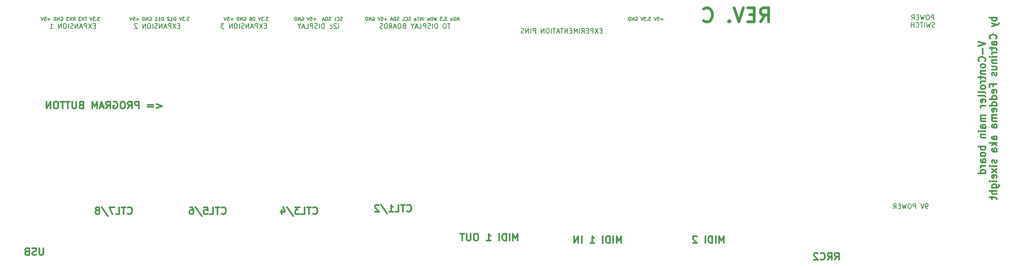
<source format=gbr>
G04 #@! TF.FileFunction,Legend,Bot*
%FSLAX46Y46*%
G04 Gerber Fmt 4.6, Leading zero omitted, Abs format (unit mm)*
G04 Created by KiCad (PCBNEW 4.0.2-stable) date maandag 04 september 2017 19:29:27*
%MOMM*%
G01*
G04 APERTURE LIST*
%ADD10C,0.100000*%
%ADD11C,0.200000*%
%ADD12C,0.140000*%
%ADD13C,0.300000*%
%ADD14C,0.600000*%
G04 APERTURE END LIST*
D10*
D11*
X155853809Y-88320571D02*
X155520475Y-88320571D01*
X155377618Y-88844381D02*
X155853809Y-88844381D01*
X155853809Y-87844381D01*
X155377618Y-87844381D01*
X155044285Y-87844381D02*
X154377618Y-88844381D01*
X154377618Y-87844381D02*
X155044285Y-88844381D01*
X153996666Y-88844381D02*
X153996666Y-87844381D01*
X153615713Y-87844381D01*
X153520475Y-87892000D01*
X153472856Y-87939619D01*
X153425237Y-88034857D01*
X153425237Y-88177714D01*
X153472856Y-88272952D01*
X153520475Y-88320571D01*
X153615713Y-88368190D01*
X153996666Y-88368190D01*
X152996666Y-88320571D02*
X152663332Y-88320571D01*
X152520475Y-88844381D02*
X152996666Y-88844381D01*
X152996666Y-87844381D01*
X152520475Y-87844381D01*
X151520475Y-88844381D02*
X151853809Y-88368190D01*
X152091904Y-88844381D02*
X152091904Y-87844381D01*
X151710951Y-87844381D01*
X151615713Y-87892000D01*
X151568094Y-87939619D01*
X151520475Y-88034857D01*
X151520475Y-88177714D01*
X151568094Y-88272952D01*
X151615713Y-88320571D01*
X151710951Y-88368190D01*
X152091904Y-88368190D01*
X151091904Y-88844381D02*
X151091904Y-87844381D01*
X150615714Y-88844381D02*
X150615714Y-87844381D01*
X150282380Y-88558667D01*
X149949047Y-87844381D01*
X149949047Y-88844381D01*
X149472857Y-88320571D02*
X149139523Y-88320571D01*
X148996666Y-88844381D02*
X149472857Y-88844381D01*
X149472857Y-87844381D01*
X148996666Y-87844381D01*
X148568095Y-88844381D02*
X148568095Y-87844381D01*
X147996666Y-88844381D01*
X147996666Y-87844381D01*
X147663333Y-87844381D02*
X147091904Y-87844381D01*
X147377619Y-88844381D02*
X147377619Y-87844381D01*
X146806190Y-88558667D02*
X146329999Y-88558667D01*
X146901428Y-88844381D02*
X146568095Y-87844381D01*
X146234761Y-88844381D01*
X146044285Y-87844381D02*
X145472856Y-87844381D01*
X145758571Y-88844381D02*
X145758571Y-87844381D01*
X145139523Y-88844381D02*
X145139523Y-87844381D01*
X144472857Y-87844381D02*
X144282380Y-87844381D01*
X144187142Y-87892000D01*
X144091904Y-87987238D01*
X144044285Y-88177714D01*
X144044285Y-88511048D01*
X144091904Y-88701524D01*
X144187142Y-88796762D01*
X144282380Y-88844381D01*
X144472857Y-88844381D01*
X144568095Y-88796762D01*
X144663333Y-88701524D01*
X144710952Y-88511048D01*
X144710952Y-88177714D01*
X144663333Y-87987238D01*
X144568095Y-87892000D01*
X144472857Y-87844381D01*
X143615714Y-88844381D02*
X143615714Y-87844381D01*
X143044285Y-88844381D01*
X143044285Y-87844381D01*
X141806190Y-88844381D02*
X141806190Y-87844381D01*
X141425237Y-87844381D01*
X141329999Y-87892000D01*
X141282380Y-87939619D01*
X141234761Y-88034857D01*
X141234761Y-88177714D01*
X141282380Y-88272952D01*
X141329999Y-88320571D01*
X141425237Y-88368190D01*
X141806190Y-88368190D01*
X140806190Y-88844381D02*
X140806190Y-87844381D01*
X140330000Y-88844381D02*
X140330000Y-87844381D01*
X139758571Y-88844381D01*
X139758571Y-87844381D01*
X139330000Y-88796762D02*
X139187143Y-88844381D01*
X138949047Y-88844381D01*
X138853809Y-88796762D01*
X138806190Y-88749143D01*
X138758571Y-88653905D01*
X138758571Y-88558667D01*
X138806190Y-88463429D01*
X138853809Y-88415810D01*
X138949047Y-88368190D01*
X139139524Y-88320571D01*
X139234762Y-88272952D01*
X139282381Y-88225333D01*
X139330000Y-88130095D01*
X139330000Y-88034857D01*
X139282381Y-87939619D01*
X139234762Y-87892000D01*
X139139524Y-87844381D01*
X138901428Y-87844381D01*
X138758571Y-87892000D01*
X224537619Y-125928381D02*
X224347143Y-125928381D01*
X224251904Y-125880762D01*
X224204285Y-125833143D01*
X224109047Y-125690286D01*
X224061428Y-125499810D01*
X224061428Y-125118857D01*
X224109047Y-125023619D01*
X224156666Y-124976000D01*
X224251904Y-124928381D01*
X224442381Y-124928381D01*
X224537619Y-124976000D01*
X224585238Y-125023619D01*
X224632857Y-125118857D01*
X224632857Y-125356952D01*
X224585238Y-125452190D01*
X224537619Y-125499810D01*
X224442381Y-125547429D01*
X224251904Y-125547429D01*
X224156666Y-125499810D01*
X224109047Y-125452190D01*
X224061428Y-125356952D01*
X223775714Y-124928381D02*
X223442381Y-125928381D01*
X223109047Y-124928381D01*
X222013809Y-125928381D02*
X222013809Y-124928381D01*
X221632856Y-124928381D01*
X221537618Y-124976000D01*
X221489999Y-125023619D01*
X221442380Y-125118857D01*
X221442380Y-125261714D01*
X221489999Y-125356952D01*
X221537618Y-125404571D01*
X221632856Y-125452190D01*
X222013809Y-125452190D01*
X220823333Y-124928381D02*
X220632856Y-124928381D01*
X220537618Y-124976000D01*
X220442380Y-125071238D01*
X220394761Y-125261714D01*
X220394761Y-125595048D01*
X220442380Y-125785524D01*
X220537618Y-125880762D01*
X220632856Y-125928381D01*
X220823333Y-125928381D01*
X220918571Y-125880762D01*
X221013809Y-125785524D01*
X221061428Y-125595048D01*
X221061428Y-125261714D01*
X221013809Y-125071238D01*
X220918571Y-124976000D01*
X220823333Y-124928381D01*
X220061428Y-124928381D02*
X219823333Y-125928381D01*
X219632856Y-125214095D01*
X219442380Y-125928381D01*
X219204285Y-124928381D01*
X218823333Y-125404571D02*
X218489999Y-125404571D01*
X218347142Y-125928381D02*
X218823333Y-125928381D01*
X218823333Y-124928381D01*
X218347142Y-124928381D01*
X217347142Y-125928381D02*
X217680476Y-125452190D01*
X217918571Y-125928381D02*
X217918571Y-124928381D01*
X217537618Y-124928381D01*
X217442380Y-124976000D01*
X217394761Y-125023619D01*
X217347142Y-125118857D01*
X217347142Y-125261714D01*
X217394761Y-125356952D01*
X217442380Y-125404571D01*
X217537618Y-125452190D01*
X217918571Y-125452190D01*
X225839524Y-86012381D02*
X225839524Y-85012381D01*
X225458571Y-85012381D01*
X225363333Y-85060000D01*
X225315714Y-85107619D01*
X225268095Y-85202857D01*
X225268095Y-85345714D01*
X225315714Y-85440952D01*
X225363333Y-85488571D01*
X225458571Y-85536190D01*
X225839524Y-85536190D01*
X224649048Y-85012381D02*
X224458571Y-85012381D01*
X224363333Y-85060000D01*
X224268095Y-85155238D01*
X224220476Y-85345714D01*
X224220476Y-85679048D01*
X224268095Y-85869524D01*
X224363333Y-85964762D01*
X224458571Y-86012381D01*
X224649048Y-86012381D01*
X224744286Y-85964762D01*
X224839524Y-85869524D01*
X224887143Y-85679048D01*
X224887143Y-85345714D01*
X224839524Y-85155238D01*
X224744286Y-85060000D01*
X224649048Y-85012381D01*
X223887143Y-85012381D02*
X223649048Y-86012381D01*
X223458571Y-85298095D01*
X223268095Y-86012381D01*
X223030000Y-85012381D01*
X222649048Y-85488571D02*
X222315714Y-85488571D01*
X222172857Y-86012381D02*
X222649048Y-86012381D01*
X222649048Y-85012381D01*
X222172857Y-85012381D01*
X221172857Y-86012381D02*
X221506191Y-85536190D01*
X221744286Y-86012381D02*
X221744286Y-85012381D01*
X221363333Y-85012381D01*
X221268095Y-85060000D01*
X221220476Y-85107619D01*
X221172857Y-85202857D01*
X221172857Y-85345714D01*
X221220476Y-85440952D01*
X221268095Y-85488571D01*
X221363333Y-85536190D01*
X221744286Y-85536190D01*
X226030000Y-87564762D02*
X225887143Y-87612381D01*
X225649047Y-87612381D01*
X225553809Y-87564762D01*
X225506190Y-87517143D01*
X225458571Y-87421905D01*
X225458571Y-87326667D01*
X225506190Y-87231429D01*
X225553809Y-87183810D01*
X225649047Y-87136190D01*
X225839524Y-87088571D01*
X225934762Y-87040952D01*
X225982381Y-86993333D01*
X226030000Y-86898095D01*
X226030000Y-86802857D01*
X225982381Y-86707619D01*
X225934762Y-86660000D01*
X225839524Y-86612381D01*
X225601428Y-86612381D01*
X225458571Y-86660000D01*
X225125238Y-86612381D02*
X224887143Y-87612381D01*
X224696666Y-86898095D01*
X224506190Y-87612381D01*
X224268095Y-86612381D01*
X223887143Y-87612381D02*
X223887143Y-86612381D01*
X223553810Y-86612381D02*
X222982381Y-86612381D01*
X223268096Y-87612381D02*
X223268096Y-86612381D01*
X222077619Y-87517143D02*
X222125238Y-87564762D01*
X222268095Y-87612381D01*
X222363333Y-87612381D01*
X222506191Y-87564762D01*
X222601429Y-87469524D01*
X222649048Y-87374286D01*
X222696667Y-87183810D01*
X222696667Y-87040952D01*
X222649048Y-86850476D01*
X222601429Y-86755238D01*
X222506191Y-86660000D01*
X222363333Y-86612381D01*
X222268095Y-86612381D01*
X222125238Y-86660000D01*
X222077619Y-86707619D01*
X221649048Y-87612381D02*
X221649048Y-86612381D01*
X221649048Y-87088571D02*
X221077619Y-87088571D01*
X221077619Y-87612381D02*
X221077619Y-86612381D01*
D12*
X168743333Y-85902000D02*
X168210000Y-85902000D01*
X168476667Y-86168667D02*
X168476667Y-85635333D01*
X167543333Y-85468667D02*
X167876666Y-85468667D01*
X167910000Y-85802000D01*
X167876666Y-85768667D01*
X167810000Y-85735333D01*
X167643333Y-85735333D01*
X167576666Y-85768667D01*
X167543333Y-85802000D01*
X167510000Y-85868667D01*
X167510000Y-86035333D01*
X167543333Y-86102000D01*
X167576666Y-86135333D01*
X167643333Y-86168667D01*
X167810000Y-86168667D01*
X167876666Y-86135333D01*
X167910000Y-86102000D01*
X167309999Y-85468667D02*
X167076666Y-86168667D01*
X166843333Y-85468667D01*
X166143333Y-85468667D02*
X165710000Y-85468667D01*
X165943333Y-85735333D01*
X165843333Y-85735333D01*
X165776666Y-85768667D01*
X165743333Y-85802000D01*
X165710000Y-85868667D01*
X165710000Y-86035333D01*
X165743333Y-86102000D01*
X165776666Y-86135333D01*
X165843333Y-86168667D01*
X166043333Y-86168667D01*
X166110000Y-86135333D01*
X166143333Y-86102000D01*
X165409999Y-86102000D02*
X165376666Y-86135333D01*
X165409999Y-86168667D01*
X165443333Y-86135333D01*
X165409999Y-86102000D01*
X165409999Y-86168667D01*
X165143333Y-85468667D02*
X164710000Y-85468667D01*
X164943333Y-85735333D01*
X164843333Y-85735333D01*
X164776666Y-85768667D01*
X164743333Y-85802000D01*
X164710000Y-85868667D01*
X164710000Y-86035333D01*
X164743333Y-86102000D01*
X164776666Y-86135333D01*
X164843333Y-86168667D01*
X165043333Y-86168667D01*
X165110000Y-86135333D01*
X165143333Y-86102000D01*
X164509999Y-85468667D02*
X164276666Y-86168667D01*
X164043333Y-85468667D01*
X162910000Y-85502000D02*
X162976666Y-85468667D01*
X163076666Y-85468667D01*
X163176666Y-85502000D01*
X163243333Y-85568667D01*
X163276666Y-85635333D01*
X163310000Y-85768667D01*
X163310000Y-85868667D01*
X163276666Y-86002000D01*
X163243333Y-86068667D01*
X163176666Y-86135333D01*
X163076666Y-86168667D01*
X163010000Y-86168667D01*
X162910000Y-86135333D01*
X162876666Y-86102000D01*
X162876666Y-85868667D01*
X163010000Y-85868667D01*
X162576666Y-86168667D02*
X162576666Y-85468667D01*
X162176666Y-86168667D01*
X162176666Y-85468667D01*
X161843333Y-86168667D02*
X161843333Y-85468667D01*
X161676667Y-85468667D01*
X161576667Y-85502000D01*
X161510000Y-85568667D01*
X161476667Y-85635333D01*
X161443333Y-85768667D01*
X161443333Y-85868667D01*
X161476667Y-86002000D01*
X161510000Y-86068667D01*
X161576667Y-86135333D01*
X161676667Y-86168667D01*
X161843333Y-86168667D01*
D13*
X114698571Y-126519714D02*
X114770000Y-126591143D01*
X114984286Y-126662571D01*
X115127143Y-126662571D01*
X115341428Y-126591143D01*
X115484286Y-126448286D01*
X115555714Y-126305429D01*
X115627143Y-126019714D01*
X115627143Y-125805429D01*
X115555714Y-125519714D01*
X115484286Y-125376857D01*
X115341428Y-125234000D01*
X115127143Y-125162571D01*
X114984286Y-125162571D01*
X114770000Y-125234000D01*
X114698571Y-125305429D01*
X114270000Y-125162571D02*
X113412857Y-125162571D01*
X113841428Y-126662571D02*
X113841428Y-125162571D01*
X112198571Y-126662571D02*
X112912857Y-126662571D01*
X112912857Y-125162571D01*
X110912857Y-126662571D02*
X111770000Y-126662571D01*
X111341428Y-126662571D02*
X111341428Y-125162571D01*
X111484285Y-125376857D01*
X111627143Y-125519714D01*
X111770000Y-125591143D01*
X109198572Y-125091143D02*
X110484286Y-127019714D01*
X108770000Y-125305429D02*
X108698571Y-125234000D01*
X108555714Y-125162571D01*
X108198571Y-125162571D01*
X108055714Y-125234000D01*
X107984285Y-125305429D01*
X107912857Y-125448286D01*
X107912857Y-125591143D01*
X107984285Y-125805429D01*
X108841428Y-126662571D01*
X107912857Y-126662571D01*
D11*
X48967905Y-87304571D02*
X48634571Y-87304571D01*
X48491714Y-87828381D02*
X48967905Y-87828381D01*
X48967905Y-86828381D01*
X48491714Y-86828381D01*
X48158381Y-86828381D02*
X47491714Y-87828381D01*
X47491714Y-86828381D02*
X48158381Y-87828381D01*
X47110762Y-87828381D02*
X47110762Y-86828381D01*
X46729809Y-86828381D01*
X46634571Y-86876000D01*
X46586952Y-86923619D01*
X46539333Y-87018857D01*
X46539333Y-87161714D01*
X46586952Y-87256952D01*
X46634571Y-87304571D01*
X46729809Y-87352190D01*
X47110762Y-87352190D01*
X46158381Y-87542667D02*
X45682190Y-87542667D01*
X46253619Y-87828381D02*
X45920286Y-86828381D01*
X45586952Y-87828381D01*
X45253619Y-87828381D02*
X45253619Y-86828381D01*
X44682190Y-87828381D01*
X44682190Y-86828381D01*
X44253619Y-87780762D02*
X44110762Y-87828381D01*
X43872666Y-87828381D01*
X43777428Y-87780762D01*
X43729809Y-87733143D01*
X43682190Y-87637905D01*
X43682190Y-87542667D01*
X43729809Y-87447429D01*
X43777428Y-87399810D01*
X43872666Y-87352190D01*
X44063143Y-87304571D01*
X44158381Y-87256952D01*
X44206000Y-87209333D01*
X44253619Y-87114095D01*
X44253619Y-87018857D01*
X44206000Y-86923619D01*
X44158381Y-86876000D01*
X44063143Y-86828381D01*
X43825047Y-86828381D01*
X43682190Y-86876000D01*
X43253619Y-87828381D02*
X43253619Y-86828381D01*
X42586953Y-86828381D02*
X42396476Y-86828381D01*
X42301238Y-86876000D01*
X42206000Y-86971238D01*
X42158381Y-87161714D01*
X42158381Y-87495048D01*
X42206000Y-87685524D01*
X42301238Y-87780762D01*
X42396476Y-87828381D01*
X42586953Y-87828381D01*
X42682191Y-87780762D01*
X42777429Y-87685524D01*
X42825048Y-87495048D01*
X42825048Y-87161714D01*
X42777429Y-86971238D01*
X42682191Y-86876000D01*
X42586953Y-86828381D01*
X41729810Y-87828381D02*
X41729810Y-86828381D01*
X41158381Y-87828381D01*
X41158381Y-86828381D01*
X39396476Y-87828381D02*
X39967905Y-87828381D01*
X39682191Y-87828381D02*
X39682191Y-86828381D01*
X39777429Y-86971238D01*
X39872667Y-87066476D01*
X39967905Y-87114095D01*
X66747905Y-87304571D02*
X66414571Y-87304571D01*
X66271714Y-87828381D02*
X66747905Y-87828381D01*
X66747905Y-86828381D01*
X66271714Y-86828381D01*
X65938381Y-86828381D02*
X65271714Y-87828381D01*
X65271714Y-86828381D02*
X65938381Y-87828381D01*
X64890762Y-87828381D02*
X64890762Y-86828381D01*
X64509809Y-86828381D01*
X64414571Y-86876000D01*
X64366952Y-86923619D01*
X64319333Y-87018857D01*
X64319333Y-87161714D01*
X64366952Y-87256952D01*
X64414571Y-87304571D01*
X64509809Y-87352190D01*
X64890762Y-87352190D01*
X63938381Y-87542667D02*
X63462190Y-87542667D01*
X64033619Y-87828381D02*
X63700286Y-86828381D01*
X63366952Y-87828381D01*
X63033619Y-87828381D02*
X63033619Y-86828381D01*
X62462190Y-87828381D01*
X62462190Y-86828381D01*
X62033619Y-87780762D02*
X61890762Y-87828381D01*
X61652666Y-87828381D01*
X61557428Y-87780762D01*
X61509809Y-87733143D01*
X61462190Y-87637905D01*
X61462190Y-87542667D01*
X61509809Y-87447429D01*
X61557428Y-87399810D01*
X61652666Y-87352190D01*
X61843143Y-87304571D01*
X61938381Y-87256952D01*
X61986000Y-87209333D01*
X62033619Y-87114095D01*
X62033619Y-87018857D01*
X61986000Y-86923619D01*
X61938381Y-86876000D01*
X61843143Y-86828381D01*
X61605047Y-86828381D01*
X61462190Y-86876000D01*
X61033619Y-87828381D02*
X61033619Y-86828381D01*
X60366953Y-86828381D02*
X60176476Y-86828381D01*
X60081238Y-86876000D01*
X59986000Y-86971238D01*
X59938381Y-87161714D01*
X59938381Y-87495048D01*
X59986000Y-87685524D01*
X60081238Y-87780762D01*
X60176476Y-87828381D01*
X60366953Y-87828381D01*
X60462191Y-87780762D01*
X60557429Y-87685524D01*
X60605048Y-87495048D01*
X60605048Y-87161714D01*
X60557429Y-86971238D01*
X60462191Y-86876000D01*
X60366953Y-86828381D01*
X59509810Y-87828381D02*
X59509810Y-86828381D01*
X58938381Y-87828381D01*
X58938381Y-86828381D01*
X57747905Y-86923619D02*
X57700286Y-86876000D01*
X57605048Y-86828381D01*
X57366952Y-86828381D01*
X57271714Y-86876000D01*
X57224095Y-86923619D01*
X57176476Y-87018857D01*
X57176476Y-87114095D01*
X57224095Y-87256952D01*
X57795524Y-87828381D01*
X57176476Y-87828381D01*
X85035905Y-87304571D02*
X84702571Y-87304571D01*
X84559714Y-87828381D02*
X85035905Y-87828381D01*
X85035905Y-86828381D01*
X84559714Y-86828381D01*
X84226381Y-86828381D02*
X83559714Y-87828381D01*
X83559714Y-86828381D02*
X84226381Y-87828381D01*
X83178762Y-87828381D02*
X83178762Y-86828381D01*
X82797809Y-86828381D01*
X82702571Y-86876000D01*
X82654952Y-86923619D01*
X82607333Y-87018857D01*
X82607333Y-87161714D01*
X82654952Y-87256952D01*
X82702571Y-87304571D01*
X82797809Y-87352190D01*
X83178762Y-87352190D01*
X82226381Y-87542667D02*
X81750190Y-87542667D01*
X82321619Y-87828381D02*
X81988286Y-86828381D01*
X81654952Y-87828381D01*
X81321619Y-87828381D02*
X81321619Y-86828381D01*
X80750190Y-87828381D01*
X80750190Y-86828381D01*
X80321619Y-87780762D02*
X80178762Y-87828381D01*
X79940666Y-87828381D01*
X79845428Y-87780762D01*
X79797809Y-87733143D01*
X79750190Y-87637905D01*
X79750190Y-87542667D01*
X79797809Y-87447429D01*
X79845428Y-87399810D01*
X79940666Y-87352190D01*
X80131143Y-87304571D01*
X80226381Y-87256952D01*
X80274000Y-87209333D01*
X80321619Y-87114095D01*
X80321619Y-87018857D01*
X80274000Y-86923619D01*
X80226381Y-86876000D01*
X80131143Y-86828381D01*
X79893047Y-86828381D01*
X79750190Y-86876000D01*
X79321619Y-87828381D02*
X79321619Y-86828381D01*
X78654953Y-86828381D02*
X78464476Y-86828381D01*
X78369238Y-86876000D01*
X78274000Y-86971238D01*
X78226381Y-87161714D01*
X78226381Y-87495048D01*
X78274000Y-87685524D01*
X78369238Y-87780762D01*
X78464476Y-87828381D01*
X78654953Y-87828381D01*
X78750191Y-87780762D01*
X78845429Y-87685524D01*
X78893048Y-87495048D01*
X78893048Y-87161714D01*
X78845429Y-86971238D01*
X78750191Y-86876000D01*
X78654953Y-86828381D01*
X77797810Y-87828381D02*
X77797810Y-86828381D01*
X77226381Y-87828381D01*
X77226381Y-86828381D01*
X76083524Y-86828381D02*
X75464476Y-86828381D01*
X75797810Y-87209333D01*
X75654952Y-87209333D01*
X75559714Y-87256952D01*
X75512095Y-87304571D01*
X75464476Y-87399810D01*
X75464476Y-87637905D01*
X75512095Y-87733143D01*
X75559714Y-87780762D01*
X75654952Y-87828381D01*
X75940667Y-87828381D01*
X76035905Y-87780762D01*
X76083524Y-87733143D01*
X100283905Y-87828381D02*
X100283905Y-87161714D01*
X100283905Y-86828381D02*
X100331524Y-86876000D01*
X100283905Y-86923619D01*
X100236286Y-86876000D01*
X100283905Y-86828381D01*
X100283905Y-86923619D01*
X99855334Y-86923619D02*
X99807715Y-86876000D01*
X99712477Y-86828381D01*
X99474381Y-86828381D01*
X99379143Y-86876000D01*
X99331524Y-86923619D01*
X99283905Y-87018857D01*
X99283905Y-87114095D01*
X99331524Y-87256952D01*
X99902953Y-87828381D01*
X99283905Y-87828381D01*
X98426762Y-87780762D02*
X98522000Y-87828381D01*
X98712477Y-87828381D01*
X98807715Y-87780762D01*
X98855334Y-87733143D01*
X98902953Y-87637905D01*
X98902953Y-87352190D01*
X98855334Y-87256952D01*
X98807715Y-87209333D01*
X98712477Y-87161714D01*
X98522000Y-87161714D01*
X98426762Y-87209333D01*
X97236286Y-87828381D02*
X97236286Y-86828381D01*
X96998191Y-86828381D01*
X96855333Y-86876000D01*
X96760095Y-86971238D01*
X96712476Y-87066476D01*
X96664857Y-87256952D01*
X96664857Y-87399810D01*
X96712476Y-87590286D01*
X96760095Y-87685524D01*
X96855333Y-87780762D01*
X96998191Y-87828381D01*
X97236286Y-87828381D01*
X96236286Y-87828381D02*
X96236286Y-86828381D01*
X95807715Y-87780762D02*
X95664858Y-87828381D01*
X95426762Y-87828381D01*
X95331524Y-87780762D01*
X95283905Y-87733143D01*
X95236286Y-87637905D01*
X95236286Y-87542667D01*
X95283905Y-87447429D01*
X95331524Y-87399810D01*
X95426762Y-87352190D01*
X95617239Y-87304571D01*
X95712477Y-87256952D01*
X95760096Y-87209333D01*
X95807715Y-87114095D01*
X95807715Y-87018857D01*
X95760096Y-86923619D01*
X95712477Y-86876000D01*
X95617239Y-86828381D01*
X95379143Y-86828381D01*
X95236286Y-86876000D01*
X94807715Y-87828381D02*
X94807715Y-86828381D01*
X94426762Y-86828381D01*
X94331524Y-86876000D01*
X94283905Y-86923619D01*
X94236286Y-87018857D01*
X94236286Y-87161714D01*
X94283905Y-87256952D01*
X94331524Y-87304571D01*
X94426762Y-87352190D01*
X94807715Y-87352190D01*
X93331524Y-87828381D02*
X93807715Y-87828381D01*
X93807715Y-86828381D01*
X93045810Y-87542667D02*
X92569619Y-87542667D01*
X93141048Y-87828381D02*
X92807715Y-86828381D01*
X92474381Y-87828381D01*
X91950572Y-87352190D02*
X91950572Y-87828381D01*
X92283905Y-86828381D02*
X91950572Y-87352190D01*
X91617238Y-86828381D01*
X123818191Y-86828381D02*
X123246762Y-86828381D01*
X123532477Y-87828381D02*
X123532477Y-86828381D01*
X122722953Y-86828381D02*
X122532476Y-86828381D01*
X122437238Y-86876000D01*
X122342000Y-86971238D01*
X122294381Y-87161714D01*
X122294381Y-87495048D01*
X122342000Y-87685524D01*
X122437238Y-87780762D01*
X122532476Y-87828381D01*
X122722953Y-87828381D01*
X122818191Y-87780762D01*
X122913429Y-87685524D01*
X122961048Y-87495048D01*
X122961048Y-87161714D01*
X122913429Y-86971238D01*
X122818191Y-86876000D01*
X122722953Y-86828381D01*
X121103905Y-87828381D02*
X121103905Y-86828381D01*
X120865810Y-86828381D01*
X120722952Y-86876000D01*
X120627714Y-86971238D01*
X120580095Y-87066476D01*
X120532476Y-87256952D01*
X120532476Y-87399810D01*
X120580095Y-87590286D01*
X120627714Y-87685524D01*
X120722952Y-87780762D01*
X120865810Y-87828381D01*
X121103905Y-87828381D01*
X120103905Y-87828381D02*
X120103905Y-86828381D01*
X119675334Y-87780762D02*
X119532477Y-87828381D01*
X119294381Y-87828381D01*
X119199143Y-87780762D01*
X119151524Y-87733143D01*
X119103905Y-87637905D01*
X119103905Y-87542667D01*
X119151524Y-87447429D01*
X119199143Y-87399810D01*
X119294381Y-87352190D01*
X119484858Y-87304571D01*
X119580096Y-87256952D01*
X119627715Y-87209333D01*
X119675334Y-87114095D01*
X119675334Y-87018857D01*
X119627715Y-86923619D01*
X119580096Y-86876000D01*
X119484858Y-86828381D01*
X119246762Y-86828381D01*
X119103905Y-86876000D01*
X118675334Y-87828381D02*
X118675334Y-86828381D01*
X118294381Y-86828381D01*
X118199143Y-86876000D01*
X118151524Y-86923619D01*
X118103905Y-87018857D01*
X118103905Y-87161714D01*
X118151524Y-87256952D01*
X118199143Y-87304571D01*
X118294381Y-87352190D01*
X118675334Y-87352190D01*
X117199143Y-87828381D02*
X117675334Y-87828381D01*
X117675334Y-86828381D01*
X116913429Y-87542667D02*
X116437238Y-87542667D01*
X117008667Y-87828381D02*
X116675334Y-86828381D01*
X116342000Y-87828381D01*
X115818191Y-87352190D02*
X115818191Y-87828381D01*
X116151524Y-86828381D02*
X115818191Y-87352190D01*
X115484857Y-86828381D01*
X114056285Y-87304571D02*
X113913428Y-87352190D01*
X113865809Y-87399810D01*
X113818190Y-87495048D01*
X113818190Y-87637905D01*
X113865809Y-87733143D01*
X113913428Y-87780762D01*
X114008666Y-87828381D01*
X114389619Y-87828381D01*
X114389619Y-86828381D01*
X114056285Y-86828381D01*
X113961047Y-86876000D01*
X113913428Y-86923619D01*
X113865809Y-87018857D01*
X113865809Y-87114095D01*
X113913428Y-87209333D01*
X113961047Y-87256952D01*
X114056285Y-87304571D01*
X114389619Y-87304571D01*
X113199143Y-86828381D02*
X113008666Y-86828381D01*
X112913428Y-86876000D01*
X112818190Y-86971238D01*
X112770571Y-87161714D01*
X112770571Y-87495048D01*
X112818190Y-87685524D01*
X112913428Y-87780762D01*
X113008666Y-87828381D01*
X113199143Y-87828381D01*
X113294381Y-87780762D01*
X113389619Y-87685524D01*
X113437238Y-87495048D01*
X113437238Y-87161714D01*
X113389619Y-86971238D01*
X113294381Y-86876000D01*
X113199143Y-86828381D01*
X112389619Y-87542667D02*
X111913428Y-87542667D01*
X112484857Y-87828381D02*
X112151524Y-86828381D01*
X111818190Y-87828381D01*
X110913428Y-87828381D02*
X111246762Y-87352190D01*
X111484857Y-87828381D02*
X111484857Y-86828381D01*
X111103904Y-86828381D01*
X111008666Y-86876000D01*
X110961047Y-86923619D01*
X110913428Y-87018857D01*
X110913428Y-87161714D01*
X110961047Y-87256952D01*
X111008666Y-87304571D01*
X111103904Y-87352190D01*
X111484857Y-87352190D01*
X110484857Y-87828381D02*
X110484857Y-86828381D01*
X110246762Y-86828381D01*
X110103904Y-86876000D01*
X110008666Y-86971238D01*
X109961047Y-87066476D01*
X109913428Y-87256952D01*
X109913428Y-87399810D01*
X109961047Y-87590286D01*
X110008666Y-87685524D01*
X110103904Y-87780762D01*
X110246762Y-87828381D01*
X110484857Y-87828381D01*
X109532476Y-87780762D02*
X109389619Y-87828381D01*
X109151523Y-87828381D01*
X109056285Y-87780762D01*
X109008666Y-87733143D01*
X108961047Y-87637905D01*
X108961047Y-87542667D01*
X109008666Y-87447429D01*
X109056285Y-87399810D01*
X109151523Y-87352190D01*
X109342000Y-87304571D01*
X109437238Y-87256952D01*
X109484857Y-87209333D01*
X109532476Y-87114095D01*
X109532476Y-87018857D01*
X109484857Y-86923619D01*
X109437238Y-86876000D01*
X109342000Y-86828381D01*
X109103904Y-86828381D01*
X108961047Y-86876000D01*
D12*
X125667331Y-86168667D02*
X125667331Y-85468667D01*
X125267331Y-86168667D01*
X125267331Y-85468667D01*
X124933998Y-86168667D02*
X124933998Y-85468667D01*
X124767332Y-85468667D01*
X124667332Y-85502000D01*
X124600665Y-85568667D01*
X124567332Y-85635333D01*
X124533998Y-85768667D01*
X124533998Y-85868667D01*
X124567332Y-86002000D01*
X124600665Y-86068667D01*
X124667332Y-86135333D01*
X124767332Y-86168667D01*
X124933998Y-86168667D01*
X124133998Y-86168667D02*
X124200665Y-86135333D01*
X124233998Y-86102000D01*
X124267332Y-86035333D01*
X124267332Y-85835333D01*
X124233998Y-85768667D01*
X124200665Y-85735333D01*
X124133998Y-85702000D01*
X124033998Y-85702000D01*
X123967332Y-85735333D01*
X123933998Y-85768667D01*
X123900665Y-85835333D01*
X123900665Y-86035333D01*
X123933998Y-86102000D01*
X123967332Y-86135333D01*
X124033998Y-86168667D01*
X124133998Y-86168667D01*
X123133999Y-85468667D02*
X122700666Y-85468667D01*
X122933999Y-85735333D01*
X122833999Y-85735333D01*
X122767332Y-85768667D01*
X122733999Y-85802000D01*
X122700666Y-85868667D01*
X122700666Y-86035333D01*
X122733999Y-86102000D01*
X122767332Y-86135333D01*
X122833999Y-86168667D01*
X123033999Y-86168667D01*
X123100666Y-86135333D01*
X123133999Y-86102000D01*
X122400665Y-86102000D02*
X122367332Y-86135333D01*
X122400665Y-86168667D01*
X122433999Y-86135333D01*
X122400665Y-86102000D01*
X122400665Y-86168667D01*
X122133999Y-85468667D02*
X121700666Y-85468667D01*
X121933999Y-85735333D01*
X121833999Y-85735333D01*
X121767332Y-85768667D01*
X121733999Y-85802000D01*
X121700666Y-85868667D01*
X121700666Y-86035333D01*
X121733999Y-86102000D01*
X121767332Y-86135333D01*
X121833999Y-86168667D01*
X122033999Y-86168667D01*
X122100666Y-86135333D01*
X122133999Y-86102000D01*
X120933999Y-85468667D02*
X120767332Y-86168667D01*
X120633999Y-85668667D01*
X120500666Y-86168667D01*
X120333999Y-85468667D01*
X120067332Y-86168667D02*
X120067332Y-85468667D01*
X119900666Y-85468667D01*
X119800666Y-85502000D01*
X119733999Y-85568667D01*
X119700666Y-85635333D01*
X119667332Y-85768667D01*
X119667332Y-85868667D01*
X119700666Y-86002000D01*
X119733999Y-86068667D01*
X119800666Y-86135333D01*
X119900666Y-86168667D01*
X120067332Y-86168667D01*
X119267332Y-86168667D02*
X119333999Y-86135333D01*
X119367332Y-86102000D01*
X119400666Y-86035333D01*
X119400666Y-85835333D01*
X119367332Y-85768667D01*
X119333999Y-85735333D01*
X119267332Y-85702000D01*
X119167332Y-85702000D01*
X119100666Y-85735333D01*
X119067332Y-85768667D01*
X119033999Y-85835333D01*
X119033999Y-86035333D01*
X119067332Y-86102000D01*
X119100666Y-86135333D01*
X119167332Y-86168667D01*
X119267332Y-86168667D01*
X118200666Y-86168667D02*
X118200666Y-85468667D01*
X117867333Y-86168667D02*
X117867333Y-85468667D01*
X117467333Y-86168667D01*
X117467333Y-85468667D01*
X117234000Y-85468667D02*
X116834000Y-85468667D01*
X117034000Y-86168667D02*
X117034000Y-85468667D01*
X116300667Y-86168667D02*
X116300667Y-85802000D01*
X116334001Y-85735333D01*
X116400667Y-85702000D01*
X116534001Y-85702000D01*
X116600667Y-85735333D01*
X116300667Y-86135333D02*
X116367334Y-86168667D01*
X116534001Y-86168667D01*
X116600667Y-86135333D01*
X116634001Y-86068667D01*
X116634001Y-86002000D01*
X116600667Y-85935333D01*
X116534001Y-85902000D01*
X116367334Y-85902000D01*
X116300667Y-85868667D01*
X115467335Y-86135333D02*
X115367335Y-86168667D01*
X115200668Y-86168667D01*
X115134001Y-86135333D01*
X115100668Y-86102000D01*
X115067335Y-86035333D01*
X115067335Y-85968667D01*
X115100668Y-85902000D01*
X115134001Y-85868667D01*
X115200668Y-85835333D01*
X115334001Y-85802000D01*
X115400668Y-85768667D01*
X115434001Y-85735333D01*
X115467335Y-85668667D01*
X115467335Y-85602000D01*
X115434001Y-85535333D01*
X115400668Y-85502000D01*
X115334001Y-85468667D01*
X115167335Y-85468667D01*
X115067335Y-85502000D01*
X114367334Y-86102000D02*
X114400668Y-86135333D01*
X114500668Y-86168667D01*
X114567334Y-86168667D01*
X114667334Y-86135333D01*
X114734001Y-86068667D01*
X114767334Y-86002000D01*
X114800668Y-85868667D01*
X114800668Y-85768667D01*
X114767334Y-85635333D01*
X114734001Y-85568667D01*
X114667334Y-85502000D01*
X114567334Y-85468667D01*
X114500668Y-85468667D01*
X114400668Y-85502000D01*
X114367334Y-85535333D01*
X113734001Y-86168667D02*
X114067334Y-86168667D01*
X114067334Y-85468667D01*
X113000668Y-86135333D02*
X112900668Y-86168667D01*
X112734001Y-86168667D01*
X112667334Y-86135333D01*
X112634001Y-86102000D01*
X112600668Y-86035333D01*
X112600668Y-85968667D01*
X112634001Y-85902000D01*
X112667334Y-85868667D01*
X112734001Y-85835333D01*
X112867334Y-85802000D01*
X112934001Y-85768667D01*
X112967334Y-85735333D01*
X113000668Y-85668667D01*
X113000668Y-85602000D01*
X112967334Y-85535333D01*
X112934001Y-85502000D01*
X112867334Y-85468667D01*
X112700668Y-85468667D01*
X112600668Y-85502000D01*
X112300667Y-86168667D02*
X112300667Y-85468667D01*
X112134001Y-85468667D01*
X112034001Y-85502000D01*
X111967334Y-85568667D01*
X111934001Y-85635333D01*
X111900667Y-85768667D01*
X111900667Y-85868667D01*
X111934001Y-86002000D01*
X111967334Y-86068667D01*
X112034001Y-86135333D01*
X112134001Y-86168667D01*
X112300667Y-86168667D01*
X111634001Y-85968667D02*
X111300667Y-85968667D01*
X111700667Y-86168667D02*
X111467334Y-85468667D01*
X111234001Y-86168667D01*
X110467334Y-85902000D02*
X109934001Y-85902000D01*
X110200668Y-86168667D02*
X110200668Y-85635333D01*
X109267334Y-85468667D02*
X109600667Y-85468667D01*
X109634001Y-85802000D01*
X109600667Y-85768667D01*
X109534001Y-85735333D01*
X109367334Y-85735333D01*
X109300667Y-85768667D01*
X109267334Y-85802000D01*
X109234001Y-85868667D01*
X109234001Y-86035333D01*
X109267334Y-86102000D01*
X109300667Y-86135333D01*
X109367334Y-86168667D01*
X109534001Y-86168667D01*
X109600667Y-86135333D01*
X109634001Y-86102000D01*
X109034000Y-85468667D02*
X108800667Y-86168667D01*
X108567334Y-85468667D01*
X107434001Y-85502000D02*
X107500667Y-85468667D01*
X107600667Y-85468667D01*
X107700667Y-85502000D01*
X107767334Y-85568667D01*
X107800667Y-85635333D01*
X107834001Y-85768667D01*
X107834001Y-85868667D01*
X107800667Y-86002000D01*
X107767334Y-86068667D01*
X107700667Y-86135333D01*
X107600667Y-86168667D01*
X107534001Y-86168667D01*
X107434001Y-86135333D01*
X107400667Y-86102000D01*
X107400667Y-85868667D01*
X107534001Y-85868667D01*
X107100667Y-86168667D02*
X107100667Y-85468667D01*
X106700667Y-86168667D01*
X106700667Y-85468667D01*
X106367334Y-86168667D02*
X106367334Y-85468667D01*
X106200668Y-85468667D01*
X106100668Y-85502000D01*
X106034001Y-85568667D01*
X106000668Y-85635333D01*
X105967334Y-85768667D01*
X105967334Y-85868667D01*
X106000668Y-86002000D01*
X106034001Y-86068667D01*
X106100668Y-86135333D01*
X106200668Y-86168667D01*
X106367334Y-86168667D01*
X101038667Y-86135333D02*
X100938667Y-86168667D01*
X100772000Y-86168667D01*
X100705333Y-86135333D01*
X100672000Y-86102000D01*
X100638667Y-86035333D01*
X100638667Y-85968667D01*
X100672000Y-85902000D01*
X100705333Y-85868667D01*
X100772000Y-85835333D01*
X100905333Y-85802000D01*
X100972000Y-85768667D01*
X101005333Y-85735333D01*
X101038667Y-85668667D01*
X101038667Y-85602000D01*
X101005333Y-85535333D01*
X100972000Y-85502000D01*
X100905333Y-85468667D01*
X100738667Y-85468667D01*
X100638667Y-85502000D01*
X99938666Y-86102000D02*
X99972000Y-86135333D01*
X100072000Y-86168667D01*
X100138666Y-86168667D01*
X100238666Y-86135333D01*
X100305333Y-86068667D01*
X100338666Y-86002000D01*
X100372000Y-85868667D01*
X100372000Y-85768667D01*
X100338666Y-85635333D01*
X100305333Y-85568667D01*
X100238666Y-85502000D01*
X100138666Y-85468667D01*
X100072000Y-85468667D01*
X99972000Y-85502000D01*
X99938666Y-85535333D01*
X99305333Y-86168667D02*
X99638666Y-86168667D01*
X99638666Y-85468667D01*
X98572000Y-86135333D02*
X98472000Y-86168667D01*
X98305333Y-86168667D01*
X98238666Y-86135333D01*
X98205333Y-86102000D01*
X98172000Y-86035333D01*
X98172000Y-85968667D01*
X98205333Y-85902000D01*
X98238666Y-85868667D01*
X98305333Y-85835333D01*
X98438666Y-85802000D01*
X98505333Y-85768667D01*
X98538666Y-85735333D01*
X98572000Y-85668667D01*
X98572000Y-85602000D01*
X98538666Y-85535333D01*
X98505333Y-85502000D01*
X98438666Y-85468667D01*
X98272000Y-85468667D01*
X98172000Y-85502000D01*
X97871999Y-86168667D02*
X97871999Y-85468667D01*
X97705333Y-85468667D01*
X97605333Y-85502000D01*
X97538666Y-85568667D01*
X97505333Y-85635333D01*
X97471999Y-85768667D01*
X97471999Y-85868667D01*
X97505333Y-86002000D01*
X97538666Y-86068667D01*
X97605333Y-86135333D01*
X97705333Y-86168667D01*
X97871999Y-86168667D01*
X97205333Y-85968667D02*
X96871999Y-85968667D01*
X97271999Y-86168667D02*
X97038666Y-85468667D01*
X96805333Y-86168667D01*
X95505333Y-85902000D02*
X94972000Y-85902000D01*
X95238667Y-86168667D02*
X95238667Y-85635333D01*
X94305333Y-85468667D02*
X94638666Y-85468667D01*
X94672000Y-85802000D01*
X94638666Y-85768667D01*
X94572000Y-85735333D01*
X94405333Y-85735333D01*
X94338666Y-85768667D01*
X94305333Y-85802000D01*
X94272000Y-85868667D01*
X94272000Y-86035333D01*
X94305333Y-86102000D01*
X94338666Y-86135333D01*
X94405333Y-86168667D01*
X94572000Y-86168667D01*
X94638666Y-86135333D01*
X94672000Y-86102000D01*
X94071999Y-85468667D02*
X93838666Y-86168667D01*
X93605333Y-85468667D01*
X92472000Y-85502000D02*
X92538666Y-85468667D01*
X92638666Y-85468667D01*
X92738666Y-85502000D01*
X92805333Y-85568667D01*
X92838666Y-85635333D01*
X92872000Y-85768667D01*
X92872000Y-85868667D01*
X92838666Y-86002000D01*
X92805333Y-86068667D01*
X92738666Y-86135333D01*
X92638666Y-86168667D01*
X92572000Y-86168667D01*
X92472000Y-86135333D01*
X92438666Y-86102000D01*
X92438666Y-85868667D01*
X92572000Y-85868667D01*
X92138666Y-86168667D02*
X92138666Y-85468667D01*
X91738666Y-86168667D01*
X91738666Y-85468667D01*
X91405333Y-86168667D02*
X91405333Y-85468667D01*
X91238667Y-85468667D01*
X91138667Y-85502000D01*
X91072000Y-85568667D01*
X91038667Y-85635333D01*
X91005333Y-85768667D01*
X91005333Y-85868667D01*
X91038667Y-86002000D01*
X91072000Y-86068667D01*
X91138667Y-86135333D01*
X91238667Y-86168667D01*
X91405333Y-86168667D01*
X85432000Y-85468667D02*
X84998667Y-85468667D01*
X85232000Y-85735333D01*
X85132000Y-85735333D01*
X85065333Y-85768667D01*
X85032000Y-85802000D01*
X84998667Y-85868667D01*
X84998667Y-86035333D01*
X85032000Y-86102000D01*
X85065333Y-86135333D01*
X85132000Y-86168667D01*
X85332000Y-86168667D01*
X85398667Y-86135333D01*
X85432000Y-86102000D01*
X84698666Y-86102000D02*
X84665333Y-86135333D01*
X84698666Y-86168667D01*
X84732000Y-86135333D01*
X84698666Y-86102000D01*
X84698666Y-86168667D01*
X84432000Y-85468667D02*
X83998667Y-85468667D01*
X84232000Y-85735333D01*
X84132000Y-85735333D01*
X84065333Y-85768667D01*
X84032000Y-85802000D01*
X83998667Y-85868667D01*
X83998667Y-86035333D01*
X84032000Y-86102000D01*
X84065333Y-86135333D01*
X84132000Y-86168667D01*
X84332000Y-86168667D01*
X84398667Y-86135333D01*
X84432000Y-86102000D01*
X83798666Y-85468667D02*
X83565333Y-86168667D01*
X83332000Y-85468667D01*
X82565333Y-86168667D02*
X82565333Y-85468667D01*
X82398667Y-85468667D01*
X82298667Y-85502000D01*
X82232000Y-85568667D01*
X82198667Y-85635333D01*
X82165333Y-85768667D01*
X82165333Y-85868667D01*
X82198667Y-86002000D01*
X82232000Y-86068667D01*
X82298667Y-86135333D01*
X82398667Y-86168667D01*
X82565333Y-86168667D01*
X81565333Y-85468667D02*
X81698667Y-85468667D01*
X81765333Y-85502000D01*
X81798667Y-85535333D01*
X81865333Y-85635333D01*
X81898667Y-85768667D01*
X81898667Y-86035333D01*
X81865333Y-86102000D01*
X81832000Y-86135333D01*
X81765333Y-86168667D01*
X81632000Y-86168667D01*
X81565333Y-86135333D01*
X81532000Y-86102000D01*
X81498667Y-86035333D01*
X81498667Y-85868667D01*
X81532000Y-85802000D01*
X81565333Y-85768667D01*
X81632000Y-85735333D01*
X81765333Y-85735333D01*
X81832000Y-85768667D01*
X81865333Y-85802000D01*
X81898667Y-85868667D01*
X80298667Y-85502000D02*
X80365333Y-85468667D01*
X80465333Y-85468667D01*
X80565333Y-85502000D01*
X80632000Y-85568667D01*
X80665333Y-85635333D01*
X80698667Y-85768667D01*
X80698667Y-85868667D01*
X80665333Y-86002000D01*
X80632000Y-86068667D01*
X80565333Y-86135333D01*
X80465333Y-86168667D01*
X80398667Y-86168667D01*
X80298667Y-86135333D01*
X80265333Y-86102000D01*
X80265333Y-85868667D01*
X80398667Y-85868667D01*
X79965333Y-86168667D02*
X79965333Y-85468667D01*
X79565333Y-86168667D01*
X79565333Y-85468667D01*
X79232000Y-86168667D02*
X79232000Y-85468667D01*
X79065334Y-85468667D01*
X78965334Y-85502000D01*
X78898667Y-85568667D01*
X78865334Y-85635333D01*
X78832000Y-85768667D01*
X78832000Y-85868667D01*
X78865334Y-86002000D01*
X78898667Y-86068667D01*
X78965334Y-86135333D01*
X79065334Y-86168667D01*
X79232000Y-86168667D01*
X77998667Y-85902000D02*
X77465334Y-85902000D01*
X77732001Y-86168667D02*
X77732001Y-85635333D01*
X76798667Y-85468667D02*
X77132000Y-85468667D01*
X77165334Y-85802000D01*
X77132000Y-85768667D01*
X77065334Y-85735333D01*
X76898667Y-85735333D01*
X76832000Y-85768667D01*
X76798667Y-85802000D01*
X76765334Y-85868667D01*
X76765334Y-86035333D01*
X76798667Y-86102000D01*
X76832000Y-86135333D01*
X76898667Y-86168667D01*
X77065334Y-86168667D01*
X77132000Y-86135333D01*
X77165334Y-86102000D01*
X76565333Y-85468667D02*
X76332000Y-86168667D01*
X76098667Y-85468667D01*
X68760667Y-85468667D02*
X68327334Y-85468667D01*
X68560667Y-85735333D01*
X68460667Y-85735333D01*
X68394000Y-85768667D01*
X68360667Y-85802000D01*
X68327334Y-85868667D01*
X68327334Y-86035333D01*
X68360667Y-86102000D01*
X68394000Y-86135333D01*
X68460667Y-86168667D01*
X68660667Y-86168667D01*
X68727334Y-86135333D01*
X68760667Y-86102000D01*
X68027333Y-86102000D02*
X67994000Y-86135333D01*
X68027333Y-86168667D01*
X68060667Y-86135333D01*
X68027333Y-86102000D01*
X68027333Y-86168667D01*
X67760667Y-85468667D02*
X67327334Y-85468667D01*
X67560667Y-85735333D01*
X67460667Y-85735333D01*
X67394000Y-85768667D01*
X67360667Y-85802000D01*
X67327334Y-85868667D01*
X67327334Y-86035333D01*
X67360667Y-86102000D01*
X67394000Y-86135333D01*
X67460667Y-86168667D01*
X67660667Y-86168667D01*
X67727334Y-86135333D01*
X67760667Y-86102000D01*
X67127333Y-85468667D02*
X66894000Y-86168667D01*
X66660667Y-85468667D01*
X65894000Y-86168667D02*
X65894000Y-85468667D01*
X65727334Y-85468667D01*
X65627334Y-85502000D01*
X65560667Y-85568667D01*
X65527334Y-85635333D01*
X65494000Y-85768667D01*
X65494000Y-85868667D01*
X65527334Y-86002000D01*
X65560667Y-86068667D01*
X65627334Y-86135333D01*
X65727334Y-86168667D01*
X65894000Y-86168667D01*
X64827334Y-86168667D02*
X65227334Y-86168667D01*
X65027334Y-86168667D02*
X65027334Y-85468667D01*
X65094000Y-85568667D01*
X65160667Y-85635333D01*
X65227334Y-85668667D01*
X64560667Y-85535333D02*
X64527333Y-85502000D01*
X64460667Y-85468667D01*
X64294000Y-85468667D01*
X64227333Y-85502000D01*
X64194000Y-85535333D01*
X64160667Y-85602000D01*
X64160667Y-85668667D01*
X64194000Y-85768667D01*
X64594000Y-86168667D01*
X64160667Y-86168667D01*
X63327333Y-86168667D02*
X63327333Y-85468667D01*
X63160667Y-85468667D01*
X63060667Y-85502000D01*
X62994000Y-85568667D01*
X62960667Y-85635333D01*
X62927333Y-85768667D01*
X62927333Y-85868667D01*
X62960667Y-86002000D01*
X62994000Y-86068667D01*
X63060667Y-86135333D01*
X63160667Y-86168667D01*
X63327333Y-86168667D01*
X62260667Y-86168667D02*
X62660667Y-86168667D01*
X62460667Y-86168667D02*
X62460667Y-85468667D01*
X62527333Y-85568667D01*
X62594000Y-85635333D01*
X62660667Y-85668667D01*
X61594000Y-86168667D02*
X61994000Y-86168667D01*
X61794000Y-86168667D02*
X61794000Y-85468667D01*
X61860666Y-85568667D01*
X61927333Y-85635333D01*
X61994000Y-85668667D01*
X60394000Y-85502000D02*
X60460666Y-85468667D01*
X60560666Y-85468667D01*
X60660666Y-85502000D01*
X60727333Y-85568667D01*
X60760666Y-85635333D01*
X60794000Y-85768667D01*
X60794000Y-85868667D01*
X60760666Y-86002000D01*
X60727333Y-86068667D01*
X60660666Y-86135333D01*
X60560666Y-86168667D01*
X60494000Y-86168667D01*
X60394000Y-86135333D01*
X60360666Y-86102000D01*
X60360666Y-85868667D01*
X60494000Y-85868667D01*
X60060666Y-86168667D02*
X60060666Y-85468667D01*
X59660666Y-86168667D01*
X59660666Y-85468667D01*
X59327333Y-86168667D02*
X59327333Y-85468667D01*
X59160667Y-85468667D01*
X59060667Y-85502000D01*
X58994000Y-85568667D01*
X58960667Y-85635333D01*
X58927333Y-85768667D01*
X58927333Y-85868667D01*
X58960667Y-86002000D01*
X58994000Y-86068667D01*
X59060667Y-86135333D01*
X59160667Y-86168667D01*
X59327333Y-86168667D01*
X58094000Y-85902000D02*
X57560667Y-85902000D01*
X57827334Y-86168667D02*
X57827334Y-85635333D01*
X56894000Y-85468667D02*
X57227333Y-85468667D01*
X57260667Y-85802000D01*
X57227333Y-85768667D01*
X57160667Y-85735333D01*
X56994000Y-85735333D01*
X56927333Y-85768667D01*
X56894000Y-85802000D01*
X56860667Y-85868667D01*
X56860667Y-86035333D01*
X56894000Y-86102000D01*
X56927333Y-86135333D01*
X56994000Y-86168667D01*
X57160667Y-86168667D01*
X57227333Y-86135333D01*
X57260667Y-86102000D01*
X56660666Y-85468667D02*
X56427333Y-86168667D01*
X56194000Y-85468667D01*
X49881333Y-85468667D02*
X49448000Y-85468667D01*
X49681333Y-85735333D01*
X49581333Y-85735333D01*
X49514666Y-85768667D01*
X49481333Y-85802000D01*
X49448000Y-85868667D01*
X49448000Y-86035333D01*
X49481333Y-86102000D01*
X49514666Y-86135333D01*
X49581333Y-86168667D01*
X49781333Y-86168667D01*
X49848000Y-86135333D01*
X49881333Y-86102000D01*
X49147999Y-86102000D02*
X49114666Y-86135333D01*
X49147999Y-86168667D01*
X49181333Y-86135333D01*
X49147999Y-86102000D01*
X49147999Y-86168667D01*
X48881333Y-85468667D02*
X48448000Y-85468667D01*
X48681333Y-85735333D01*
X48581333Y-85735333D01*
X48514666Y-85768667D01*
X48481333Y-85802000D01*
X48448000Y-85868667D01*
X48448000Y-86035333D01*
X48481333Y-86102000D01*
X48514666Y-86135333D01*
X48581333Y-86168667D01*
X48781333Y-86168667D01*
X48848000Y-86135333D01*
X48881333Y-86102000D01*
X48247999Y-85468667D02*
X48014666Y-86168667D01*
X47781333Y-85468667D01*
X47114666Y-85468667D02*
X46714666Y-85468667D01*
X46914666Y-86168667D02*
X46914666Y-85468667D01*
X46548000Y-85468667D02*
X46081333Y-86168667D01*
X46081333Y-85468667D02*
X46548000Y-86168667D01*
X45881333Y-85468667D02*
X45448000Y-85468667D01*
X45681333Y-85735333D01*
X45581333Y-85735333D01*
X45514666Y-85768667D01*
X45481333Y-85802000D01*
X45448000Y-85868667D01*
X45448000Y-86035333D01*
X45481333Y-86102000D01*
X45514666Y-86135333D01*
X45581333Y-86168667D01*
X45781333Y-86168667D01*
X45848000Y-86135333D01*
X45881333Y-86102000D01*
X44214666Y-86168667D02*
X44448000Y-85835333D01*
X44614666Y-86168667D02*
X44614666Y-85468667D01*
X44348000Y-85468667D01*
X44281333Y-85502000D01*
X44248000Y-85535333D01*
X44214666Y-85602000D01*
X44214666Y-85702000D01*
X44248000Y-85768667D01*
X44281333Y-85802000D01*
X44348000Y-85835333D01*
X44614666Y-85835333D01*
X43981333Y-85468667D02*
X43514666Y-86168667D01*
X43514666Y-85468667D02*
X43981333Y-86168667D01*
X43314666Y-85468667D02*
X42881333Y-85468667D01*
X43114666Y-85735333D01*
X43014666Y-85735333D01*
X42947999Y-85768667D01*
X42914666Y-85802000D01*
X42881333Y-85868667D01*
X42881333Y-86035333D01*
X42914666Y-86102000D01*
X42947999Y-86135333D01*
X43014666Y-86168667D01*
X43214666Y-86168667D01*
X43281333Y-86135333D01*
X43314666Y-86102000D01*
X41681333Y-85502000D02*
X41747999Y-85468667D01*
X41847999Y-85468667D01*
X41947999Y-85502000D01*
X42014666Y-85568667D01*
X42047999Y-85635333D01*
X42081333Y-85768667D01*
X42081333Y-85868667D01*
X42047999Y-86002000D01*
X42014666Y-86068667D01*
X41947999Y-86135333D01*
X41847999Y-86168667D01*
X41781333Y-86168667D01*
X41681333Y-86135333D01*
X41647999Y-86102000D01*
X41647999Y-85868667D01*
X41781333Y-85868667D01*
X41347999Y-86168667D02*
X41347999Y-85468667D01*
X40947999Y-86168667D01*
X40947999Y-85468667D01*
X40614666Y-86168667D02*
X40614666Y-85468667D01*
X40448000Y-85468667D01*
X40348000Y-85502000D01*
X40281333Y-85568667D01*
X40248000Y-85635333D01*
X40214666Y-85768667D01*
X40214666Y-85868667D01*
X40248000Y-86002000D01*
X40281333Y-86068667D01*
X40348000Y-86135333D01*
X40448000Y-86168667D01*
X40614666Y-86168667D01*
X39381333Y-85902000D02*
X38848000Y-85902000D01*
X39114667Y-86168667D02*
X39114667Y-85635333D01*
X38181333Y-85468667D02*
X38514666Y-85468667D01*
X38548000Y-85802000D01*
X38514666Y-85768667D01*
X38448000Y-85735333D01*
X38281333Y-85735333D01*
X38214666Y-85768667D01*
X38181333Y-85802000D01*
X38148000Y-85868667D01*
X38148000Y-86035333D01*
X38181333Y-86102000D01*
X38214666Y-86135333D01*
X38281333Y-86168667D01*
X38448000Y-86168667D01*
X38514666Y-86135333D01*
X38548000Y-86102000D01*
X37947999Y-85468667D02*
X37714666Y-86168667D01*
X37481333Y-85468667D01*
D13*
X37970857Y-134306571D02*
X37970857Y-135520857D01*
X37899429Y-135663714D01*
X37828000Y-135735143D01*
X37685143Y-135806571D01*
X37399429Y-135806571D01*
X37256571Y-135735143D01*
X37185143Y-135663714D01*
X37113714Y-135520857D01*
X37113714Y-134306571D01*
X36470857Y-135735143D02*
X36256571Y-135806571D01*
X35899428Y-135806571D01*
X35756571Y-135735143D01*
X35685142Y-135663714D01*
X35613714Y-135520857D01*
X35613714Y-135378000D01*
X35685142Y-135235143D01*
X35756571Y-135163714D01*
X35899428Y-135092286D01*
X36185142Y-135020857D01*
X36328000Y-134949429D01*
X36399428Y-134878000D01*
X36470857Y-134735143D01*
X36470857Y-134592286D01*
X36399428Y-134449429D01*
X36328000Y-134378000D01*
X36185142Y-134306571D01*
X35828000Y-134306571D01*
X35613714Y-134378000D01*
X34470857Y-135020857D02*
X34256571Y-135092286D01*
X34185143Y-135163714D01*
X34113714Y-135306571D01*
X34113714Y-135520857D01*
X34185143Y-135663714D01*
X34256571Y-135735143D01*
X34399429Y-135806571D01*
X34970857Y-135806571D01*
X34970857Y-134306571D01*
X34470857Y-134306571D01*
X34328000Y-134378000D01*
X34256571Y-134449429D01*
X34185143Y-134592286D01*
X34185143Y-134735143D01*
X34256571Y-134878000D01*
X34328000Y-134949429D01*
X34470857Y-135020857D01*
X34970857Y-135020857D01*
X61845715Y-103818571D02*
X62988572Y-104247143D01*
X61845715Y-104675714D01*
X61131429Y-104032857D02*
X59988572Y-104032857D01*
X59988572Y-104461429D02*
X61131429Y-104461429D01*
X58131429Y-104818571D02*
X58131429Y-103318571D01*
X57560001Y-103318571D01*
X57417143Y-103390000D01*
X57345715Y-103461429D01*
X57274286Y-103604286D01*
X57274286Y-103818571D01*
X57345715Y-103961429D01*
X57417143Y-104032857D01*
X57560001Y-104104286D01*
X58131429Y-104104286D01*
X55774286Y-104818571D02*
X56274286Y-104104286D01*
X56631429Y-104818571D02*
X56631429Y-103318571D01*
X56060001Y-103318571D01*
X55917143Y-103390000D01*
X55845715Y-103461429D01*
X55774286Y-103604286D01*
X55774286Y-103818571D01*
X55845715Y-103961429D01*
X55917143Y-104032857D01*
X56060001Y-104104286D01*
X56631429Y-104104286D01*
X54845715Y-103318571D02*
X54560001Y-103318571D01*
X54417143Y-103390000D01*
X54274286Y-103532857D01*
X54202858Y-103818571D01*
X54202858Y-104318571D01*
X54274286Y-104604286D01*
X54417143Y-104747143D01*
X54560001Y-104818571D01*
X54845715Y-104818571D01*
X54988572Y-104747143D01*
X55131429Y-104604286D01*
X55202858Y-104318571D01*
X55202858Y-103818571D01*
X55131429Y-103532857D01*
X54988572Y-103390000D01*
X54845715Y-103318571D01*
X52774286Y-103390000D02*
X52917143Y-103318571D01*
X53131429Y-103318571D01*
X53345714Y-103390000D01*
X53488572Y-103532857D01*
X53560000Y-103675714D01*
X53631429Y-103961429D01*
X53631429Y-104175714D01*
X53560000Y-104461429D01*
X53488572Y-104604286D01*
X53345714Y-104747143D01*
X53131429Y-104818571D01*
X52988572Y-104818571D01*
X52774286Y-104747143D01*
X52702857Y-104675714D01*
X52702857Y-104175714D01*
X52988572Y-104175714D01*
X51202857Y-104818571D02*
X51702857Y-104104286D01*
X52060000Y-104818571D02*
X52060000Y-103318571D01*
X51488572Y-103318571D01*
X51345714Y-103390000D01*
X51274286Y-103461429D01*
X51202857Y-103604286D01*
X51202857Y-103818571D01*
X51274286Y-103961429D01*
X51345714Y-104032857D01*
X51488572Y-104104286D01*
X52060000Y-104104286D01*
X50631429Y-104390000D02*
X49917143Y-104390000D01*
X50774286Y-104818571D02*
X50274286Y-103318571D01*
X49774286Y-104818571D01*
X49274286Y-104818571D02*
X49274286Y-103318571D01*
X48774286Y-104390000D01*
X48274286Y-103318571D01*
X48274286Y-104818571D01*
X45917143Y-104032857D02*
X45702857Y-104104286D01*
X45631429Y-104175714D01*
X45560000Y-104318571D01*
X45560000Y-104532857D01*
X45631429Y-104675714D01*
X45702857Y-104747143D01*
X45845715Y-104818571D01*
X46417143Y-104818571D01*
X46417143Y-103318571D01*
X45917143Y-103318571D01*
X45774286Y-103390000D01*
X45702857Y-103461429D01*
X45631429Y-103604286D01*
X45631429Y-103747143D01*
X45702857Y-103890000D01*
X45774286Y-103961429D01*
X45917143Y-104032857D01*
X46417143Y-104032857D01*
X44917143Y-103318571D02*
X44917143Y-104532857D01*
X44845715Y-104675714D01*
X44774286Y-104747143D01*
X44631429Y-104818571D01*
X44345715Y-104818571D01*
X44202857Y-104747143D01*
X44131429Y-104675714D01*
X44060000Y-104532857D01*
X44060000Y-103318571D01*
X43560000Y-103318571D02*
X42702857Y-103318571D01*
X43131428Y-104818571D02*
X43131428Y-103318571D01*
X42417143Y-103318571D02*
X41560000Y-103318571D01*
X41988571Y-104818571D02*
X41988571Y-103318571D01*
X40774286Y-103318571D02*
X40488572Y-103318571D01*
X40345714Y-103390000D01*
X40202857Y-103532857D01*
X40131429Y-103818571D01*
X40131429Y-104318571D01*
X40202857Y-104604286D01*
X40345714Y-104747143D01*
X40488572Y-104818571D01*
X40774286Y-104818571D01*
X40917143Y-104747143D01*
X41060000Y-104604286D01*
X41131429Y-104318571D01*
X41131429Y-103818571D01*
X41060000Y-103532857D01*
X40917143Y-103390000D01*
X40774286Y-103318571D01*
X39488571Y-104818571D02*
X39488571Y-103318571D01*
X38631428Y-104818571D01*
X38631428Y-103318571D01*
X94886571Y-127027714D02*
X94958000Y-127099143D01*
X95172286Y-127170571D01*
X95315143Y-127170571D01*
X95529428Y-127099143D01*
X95672286Y-126956286D01*
X95743714Y-126813429D01*
X95815143Y-126527714D01*
X95815143Y-126313429D01*
X95743714Y-126027714D01*
X95672286Y-125884857D01*
X95529428Y-125742000D01*
X95315143Y-125670571D01*
X95172286Y-125670571D01*
X94958000Y-125742000D01*
X94886571Y-125813429D01*
X94458000Y-125670571D02*
X93600857Y-125670571D01*
X94029428Y-127170571D02*
X94029428Y-125670571D01*
X92386571Y-127170571D02*
X93100857Y-127170571D01*
X93100857Y-125670571D01*
X92029428Y-125670571D02*
X91100857Y-125670571D01*
X91600857Y-126242000D01*
X91386571Y-126242000D01*
X91243714Y-126313429D01*
X91172285Y-126384857D01*
X91100857Y-126527714D01*
X91100857Y-126884857D01*
X91172285Y-127027714D01*
X91243714Y-127099143D01*
X91386571Y-127170571D01*
X91815143Y-127170571D01*
X91958000Y-127099143D01*
X92029428Y-127027714D01*
X89386572Y-125599143D02*
X90672286Y-127527714D01*
X88243714Y-126170571D02*
X88243714Y-127170571D01*
X88600857Y-125599143D02*
X88958000Y-126670571D01*
X88029428Y-126670571D01*
X75582571Y-127027714D02*
X75654000Y-127099143D01*
X75868286Y-127170571D01*
X76011143Y-127170571D01*
X76225428Y-127099143D01*
X76368286Y-126956286D01*
X76439714Y-126813429D01*
X76511143Y-126527714D01*
X76511143Y-126313429D01*
X76439714Y-126027714D01*
X76368286Y-125884857D01*
X76225428Y-125742000D01*
X76011143Y-125670571D01*
X75868286Y-125670571D01*
X75654000Y-125742000D01*
X75582571Y-125813429D01*
X75154000Y-125670571D02*
X74296857Y-125670571D01*
X74725428Y-127170571D02*
X74725428Y-125670571D01*
X73082571Y-127170571D02*
X73796857Y-127170571D01*
X73796857Y-125670571D01*
X71868285Y-125670571D02*
X72582571Y-125670571D01*
X72654000Y-126384857D01*
X72582571Y-126313429D01*
X72439714Y-126242000D01*
X72082571Y-126242000D01*
X71939714Y-126313429D01*
X71868285Y-126384857D01*
X71796857Y-126527714D01*
X71796857Y-126884857D01*
X71868285Y-127027714D01*
X71939714Y-127099143D01*
X72082571Y-127170571D01*
X72439714Y-127170571D01*
X72582571Y-127099143D01*
X72654000Y-127027714D01*
X70082572Y-125599143D02*
X71368286Y-127527714D01*
X68939714Y-125670571D02*
X69225428Y-125670571D01*
X69368285Y-125742000D01*
X69439714Y-125813429D01*
X69582571Y-126027714D01*
X69654000Y-126313429D01*
X69654000Y-126884857D01*
X69582571Y-127027714D01*
X69511143Y-127099143D01*
X69368285Y-127170571D01*
X69082571Y-127170571D01*
X68939714Y-127099143D01*
X68868285Y-127027714D01*
X68796857Y-126884857D01*
X68796857Y-126527714D01*
X68868285Y-126384857D01*
X68939714Y-126313429D01*
X69082571Y-126242000D01*
X69368285Y-126242000D01*
X69511143Y-126313429D01*
X69582571Y-126384857D01*
X69654000Y-126527714D01*
X55770571Y-127027714D02*
X55842000Y-127099143D01*
X56056286Y-127170571D01*
X56199143Y-127170571D01*
X56413428Y-127099143D01*
X56556286Y-126956286D01*
X56627714Y-126813429D01*
X56699143Y-126527714D01*
X56699143Y-126313429D01*
X56627714Y-126027714D01*
X56556286Y-125884857D01*
X56413428Y-125742000D01*
X56199143Y-125670571D01*
X56056286Y-125670571D01*
X55842000Y-125742000D01*
X55770571Y-125813429D01*
X55342000Y-125670571D02*
X54484857Y-125670571D01*
X54913428Y-127170571D02*
X54913428Y-125670571D01*
X53270571Y-127170571D02*
X53984857Y-127170571D01*
X53984857Y-125670571D01*
X52913428Y-125670571D02*
X51913428Y-125670571D01*
X52556285Y-127170571D01*
X50270572Y-125599143D02*
X51556286Y-127527714D01*
X49556285Y-126313429D02*
X49699143Y-126242000D01*
X49770571Y-126170571D01*
X49842000Y-126027714D01*
X49842000Y-125956286D01*
X49770571Y-125813429D01*
X49699143Y-125742000D01*
X49556285Y-125670571D01*
X49270571Y-125670571D01*
X49127714Y-125742000D01*
X49056285Y-125813429D01*
X48984857Y-125956286D01*
X48984857Y-126027714D01*
X49056285Y-126170571D01*
X49127714Y-126242000D01*
X49270571Y-126313429D01*
X49556285Y-126313429D01*
X49699143Y-126384857D01*
X49770571Y-126456286D01*
X49842000Y-126599143D01*
X49842000Y-126884857D01*
X49770571Y-127027714D01*
X49699143Y-127099143D01*
X49556285Y-127170571D01*
X49270571Y-127170571D01*
X49127714Y-127099143D01*
X49056285Y-127027714D01*
X48984857Y-126884857D01*
X48984857Y-126599143D01*
X49056285Y-126456286D01*
X49127714Y-126384857D01*
X49270571Y-126313429D01*
X204959999Y-136822571D02*
X205459999Y-136108286D01*
X205817142Y-136822571D02*
X205817142Y-135322571D01*
X205245714Y-135322571D01*
X205102856Y-135394000D01*
X205031428Y-135465429D01*
X204959999Y-135608286D01*
X204959999Y-135822571D01*
X205031428Y-135965429D01*
X205102856Y-136036857D01*
X205245714Y-136108286D01*
X205817142Y-136108286D01*
X203459999Y-136822571D02*
X203959999Y-136108286D01*
X204317142Y-136822571D02*
X204317142Y-135322571D01*
X203745714Y-135322571D01*
X203602856Y-135394000D01*
X203531428Y-135465429D01*
X203459999Y-135608286D01*
X203459999Y-135822571D01*
X203531428Y-135965429D01*
X203602856Y-136036857D01*
X203745714Y-136108286D01*
X204317142Y-136108286D01*
X201959999Y-136679714D02*
X202031428Y-136751143D01*
X202245714Y-136822571D01*
X202388571Y-136822571D01*
X202602856Y-136751143D01*
X202745714Y-136608286D01*
X202817142Y-136465429D01*
X202888571Y-136179714D01*
X202888571Y-135965429D01*
X202817142Y-135679714D01*
X202745714Y-135536857D01*
X202602856Y-135394000D01*
X202388571Y-135322571D01*
X202245714Y-135322571D01*
X202031428Y-135394000D01*
X201959999Y-135465429D01*
X201388571Y-135465429D02*
X201317142Y-135394000D01*
X201174285Y-135322571D01*
X200817142Y-135322571D01*
X200674285Y-135394000D01*
X200602856Y-135465429D01*
X200531428Y-135608286D01*
X200531428Y-135751143D01*
X200602856Y-135965429D01*
X201459999Y-136822571D01*
X200531428Y-136822571D01*
X181568000Y-133266571D02*
X181568000Y-131766571D01*
X181068000Y-132838000D01*
X180568000Y-131766571D01*
X180568000Y-133266571D01*
X179853714Y-133266571D02*
X179853714Y-131766571D01*
X179139428Y-133266571D02*
X179139428Y-131766571D01*
X178782285Y-131766571D01*
X178568000Y-131838000D01*
X178425142Y-131980857D01*
X178353714Y-132123714D01*
X178282285Y-132409429D01*
X178282285Y-132623714D01*
X178353714Y-132909429D01*
X178425142Y-133052286D01*
X178568000Y-133195143D01*
X178782285Y-133266571D01*
X179139428Y-133266571D01*
X177639428Y-133266571D02*
X177639428Y-131766571D01*
X175853714Y-131909429D02*
X175782285Y-131838000D01*
X175639428Y-131766571D01*
X175282285Y-131766571D01*
X175139428Y-131838000D01*
X175067999Y-131909429D01*
X174996571Y-132052286D01*
X174996571Y-132195143D01*
X175067999Y-132409429D01*
X175925142Y-133266571D01*
X174996571Y-133266571D01*
X159914286Y-133266571D02*
X159914286Y-131766571D01*
X159414286Y-132838000D01*
X158914286Y-131766571D01*
X158914286Y-133266571D01*
X158200000Y-133266571D02*
X158200000Y-131766571D01*
X157485714Y-133266571D02*
X157485714Y-131766571D01*
X157128571Y-131766571D01*
X156914286Y-131838000D01*
X156771428Y-131980857D01*
X156700000Y-132123714D01*
X156628571Y-132409429D01*
X156628571Y-132623714D01*
X156700000Y-132909429D01*
X156771428Y-133052286D01*
X156914286Y-133195143D01*
X157128571Y-133266571D01*
X157485714Y-133266571D01*
X155985714Y-133266571D02*
X155985714Y-131766571D01*
X153342857Y-133266571D02*
X154200000Y-133266571D01*
X153771428Y-133266571D02*
X153771428Y-131766571D01*
X153914285Y-131980857D01*
X154057143Y-132123714D01*
X154200000Y-132195143D01*
X151557143Y-133266571D02*
X151557143Y-131766571D01*
X150842857Y-133266571D02*
X150842857Y-131766571D01*
X149985714Y-133266571D01*
X149985714Y-131766571D01*
X138054286Y-132758571D02*
X138054286Y-131258571D01*
X137554286Y-132330000D01*
X137054286Y-131258571D01*
X137054286Y-132758571D01*
X136340000Y-132758571D02*
X136340000Y-131258571D01*
X135625714Y-132758571D02*
X135625714Y-131258571D01*
X135268571Y-131258571D01*
X135054286Y-131330000D01*
X134911428Y-131472857D01*
X134840000Y-131615714D01*
X134768571Y-131901429D01*
X134768571Y-132115714D01*
X134840000Y-132401429D01*
X134911428Y-132544286D01*
X135054286Y-132687143D01*
X135268571Y-132758571D01*
X135625714Y-132758571D01*
X134125714Y-132758571D02*
X134125714Y-131258571D01*
X131482857Y-132758571D02*
X132340000Y-132758571D01*
X131911428Y-132758571D02*
X131911428Y-131258571D01*
X132054285Y-131472857D01*
X132197143Y-131615714D01*
X132340000Y-131687143D01*
X129411429Y-131258571D02*
X129125715Y-131258571D01*
X128982857Y-131330000D01*
X128840000Y-131472857D01*
X128768572Y-131758571D01*
X128768572Y-132258571D01*
X128840000Y-132544286D01*
X128982857Y-132687143D01*
X129125715Y-132758571D01*
X129411429Y-132758571D01*
X129554286Y-132687143D01*
X129697143Y-132544286D01*
X129768572Y-132258571D01*
X129768572Y-131758571D01*
X129697143Y-131472857D01*
X129554286Y-131330000D01*
X129411429Y-131258571D01*
X128125714Y-131258571D02*
X128125714Y-132472857D01*
X128054286Y-132615714D01*
X127982857Y-132687143D01*
X127840000Y-132758571D01*
X127554286Y-132758571D01*
X127411428Y-132687143D01*
X127340000Y-132615714D01*
X127268571Y-132472857D01*
X127268571Y-131258571D01*
X126768571Y-131258571D02*
X125911428Y-131258571D01*
X126339999Y-132758571D02*
X126339999Y-131258571D01*
D14*
X189231429Y-86447143D02*
X190231429Y-85018571D01*
X190945714Y-86447143D02*
X190945714Y-83447143D01*
X189802857Y-83447143D01*
X189517143Y-83590000D01*
X189374286Y-83732857D01*
X189231429Y-84018571D01*
X189231429Y-84447143D01*
X189374286Y-84732857D01*
X189517143Y-84875714D01*
X189802857Y-85018571D01*
X190945714Y-85018571D01*
X187945714Y-84875714D02*
X186945714Y-84875714D01*
X186517143Y-86447143D02*
X187945714Y-86447143D01*
X187945714Y-83447143D01*
X186517143Y-83447143D01*
X185660000Y-83447143D02*
X184660000Y-86447143D01*
X183660000Y-83447143D01*
X182659999Y-86161429D02*
X182517142Y-86304286D01*
X182659999Y-86447143D01*
X182802856Y-86304286D01*
X182659999Y-86161429D01*
X182659999Y-86447143D01*
X177231429Y-86161429D02*
X177374286Y-86304286D01*
X177802857Y-86447143D01*
X178088571Y-86447143D01*
X178517143Y-86304286D01*
X178802857Y-86018571D01*
X178945714Y-85732857D01*
X179088571Y-85161429D01*
X179088571Y-84732857D01*
X178945714Y-84161429D01*
X178802857Y-83875714D01*
X178517143Y-83590000D01*
X178088571Y-83447143D01*
X177802857Y-83447143D01*
X177374286Y-83590000D01*
X177231429Y-83732857D01*
D13*
X235224571Y-90612286D02*
X236724571Y-91112286D01*
X235224571Y-91612286D01*
X236153143Y-92112286D02*
X236153143Y-93255143D01*
X236581714Y-94826572D02*
X236653143Y-94755143D01*
X236724571Y-94540857D01*
X236724571Y-94398000D01*
X236653143Y-94183715D01*
X236510286Y-94040857D01*
X236367429Y-93969429D01*
X236081714Y-93898000D01*
X235867429Y-93898000D01*
X235581714Y-93969429D01*
X235438857Y-94040857D01*
X235296000Y-94183715D01*
X235224571Y-94398000D01*
X235224571Y-94540857D01*
X235296000Y-94755143D01*
X235367429Y-94826572D01*
X236724571Y-95683715D02*
X236653143Y-95540857D01*
X236581714Y-95469429D01*
X236438857Y-95398000D01*
X236010286Y-95398000D01*
X235867429Y-95469429D01*
X235796000Y-95540857D01*
X235724571Y-95683715D01*
X235724571Y-95898000D01*
X235796000Y-96040857D01*
X235867429Y-96112286D01*
X236010286Y-96183715D01*
X236438857Y-96183715D01*
X236581714Y-96112286D01*
X236653143Y-96040857D01*
X236724571Y-95898000D01*
X236724571Y-95683715D01*
X235724571Y-96826572D02*
X236724571Y-96826572D01*
X235867429Y-96826572D02*
X235796000Y-96898000D01*
X235724571Y-97040858D01*
X235724571Y-97255143D01*
X235796000Y-97398000D01*
X235938857Y-97469429D01*
X236724571Y-97469429D01*
X235724571Y-97969429D02*
X235724571Y-98540858D01*
X235224571Y-98183715D02*
X236510286Y-98183715D01*
X236653143Y-98255143D01*
X236724571Y-98398001D01*
X236724571Y-98540858D01*
X236724571Y-99040858D02*
X235724571Y-99040858D01*
X236010286Y-99040858D02*
X235867429Y-99112286D01*
X235796000Y-99183715D01*
X235724571Y-99326572D01*
X235724571Y-99469429D01*
X236724571Y-100183715D02*
X236653143Y-100040857D01*
X236581714Y-99969429D01*
X236438857Y-99898000D01*
X236010286Y-99898000D01*
X235867429Y-99969429D01*
X235796000Y-100040857D01*
X235724571Y-100183715D01*
X235724571Y-100398000D01*
X235796000Y-100540857D01*
X235867429Y-100612286D01*
X236010286Y-100683715D01*
X236438857Y-100683715D01*
X236581714Y-100612286D01*
X236653143Y-100540857D01*
X236724571Y-100398000D01*
X236724571Y-100183715D01*
X236724571Y-101540858D02*
X236653143Y-101398000D01*
X236510286Y-101326572D01*
X235224571Y-101326572D01*
X236724571Y-102326572D02*
X236653143Y-102183714D01*
X236510286Y-102112286D01*
X235224571Y-102112286D01*
X236653143Y-103469428D02*
X236724571Y-103326571D01*
X236724571Y-103040857D01*
X236653143Y-102898000D01*
X236510286Y-102826571D01*
X235938857Y-102826571D01*
X235796000Y-102898000D01*
X235724571Y-103040857D01*
X235724571Y-103326571D01*
X235796000Y-103469428D01*
X235938857Y-103540857D01*
X236081714Y-103540857D01*
X236224571Y-102826571D01*
X236724571Y-104183714D02*
X235724571Y-104183714D01*
X236010286Y-104183714D02*
X235867429Y-104255142D01*
X235796000Y-104326571D01*
X235724571Y-104469428D01*
X235724571Y-104612285D01*
X236724571Y-106255142D02*
X235724571Y-106255142D01*
X235867429Y-106255142D02*
X235796000Y-106326570D01*
X235724571Y-106469428D01*
X235724571Y-106683713D01*
X235796000Y-106826570D01*
X235938857Y-106897999D01*
X236724571Y-106897999D01*
X235938857Y-106897999D02*
X235796000Y-106969428D01*
X235724571Y-107112285D01*
X235724571Y-107326570D01*
X235796000Y-107469428D01*
X235938857Y-107540856D01*
X236724571Y-107540856D01*
X236724571Y-108897999D02*
X235938857Y-108897999D01*
X235796000Y-108826570D01*
X235724571Y-108683713D01*
X235724571Y-108397999D01*
X235796000Y-108255142D01*
X236653143Y-108897999D02*
X236724571Y-108755142D01*
X236724571Y-108397999D01*
X236653143Y-108255142D01*
X236510286Y-108183713D01*
X236367429Y-108183713D01*
X236224571Y-108255142D01*
X236153143Y-108397999D01*
X236153143Y-108755142D01*
X236081714Y-108897999D01*
X236724571Y-109612285D02*
X235724571Y-109612285D01*
X235224571Y-109612285D02*
X235296000Y-109540856D01*
X235367429Y-109612285D01*
X235296000Y-109683713D01*
X235224571Y-109612285D01*
X235367429Y-109612285D01*
X235724571Y-110326571D02*
X236724571Y-110326571D01*
X235867429Y-110326571D02*
X235796000Y-110397999D01*
X235724571Y-110540857D01*
X235724571Y-110755142D01*
X235796000Y-110897999D01*
X235938857Y-110969428D01*
X236724571Y-110969428D01*
X236724571Y-112826571D02*
X235224571Y-112826571D01*
X235796000Y-112826571D02*
X235724571Y-112969428D01*
X235724571Y-113255142D01*
X235796000Y-113397999D01*
X235867429Y-113469428D01*
X236010286Y-113540857D01*
X236438857Y-113540857D01*
X236581714Y-113469428D01*
X236653143Y-113397999D01*
X236724571Y-113255142D01*
X236724571Y-112969428D01*
X236653143Y-112826571D01*
X236724571Y-114398000D02*
X236653143Y-114255142D01*
X236581714Y-114183714D01*
X236438857Y-114112285D01*
X236010286Y-114112285D01*
X235867429Y-114183714D01*
X235796000Y-114255142D01*
X235724571Y-114398000D01*
X235724571Y-114612285D01*
X235796000Y-114755142D01*
X235867429Y-114826571D01*
X236010286Y-114898000D01*
X236438857Y-114898000D01*
X236581714Y-114826571D01*
X236653143Y-114755142D01*
X236724571Y-114612285D01*
X236724571Y-114398000D01*
X236724571Y-116183714D02*
X235938857Y-116183714D01*
X235796000Y-116112285D01*
X235724571Y-115969428D01*
X235724571Y-115683714D01*
X235796000Y-115540857D01*
X236653143Y-116183714D02*
X236724571Y-116040857D01*
X236724571Y-115683714D01*
X236653143Y-115540857D01*
X236510286Y-115469428D01*
X236367429Y-115469428D01*
X236224571Y-115540857D01*
X236153143Y-115683714D01*
X236153143Y-116040857D01*
X236081714Y-116183714D01*
X236724571Y-116898000D02*
X235724571Y-116898000D01*
X236010286Y-116898000D02*
X235867429Y-116969428D01*
X235796000Y-117040857D01*
X235724571Y-117183714D01*
X235724571Y-117326571D01*
X236724571Y-118469428D02*
X235224571Y-118469428D01*
X236653143Y-118469428D02*
X236724571Y-118326571D01*
X236724571Y-118040857D01*
X236653143Y-117897999D01*
X236581714Y-117826571D01*
X236438857Y-117755142D01*
X236010286Y-117755142D01*
X235867429Y-117826571D01*
X235796000Y-117897999D01*
X235724571Y-118040857D01*
X235724571Y-118326571D01*
X235796000Y-118469428D01*
X239124571Y-85540857D02*
X237624571Y-85540857D01*
X238196000Y-85540857D02*
X238124571Y-85683714D01*
X238124571Y-85969428D01*
X238196000Y-86112285D01*
X238267429Y-86183714D01*
X238410286Y-86255143D01*
X238838857Y-86255143D01*
X238981714Y-86183714D01*
X239053143Y-86112285D01*
X239124571Y-85969428D01*
X239124571Y-85683714D01*
X239053143Y-85540857D01*
X238124571Y-86755143D02*
X239124571Y-87112286D01*
X238124571Y-87469428D02*
X239124571Y-87112286D01*
X239481714Y-86969428D01*
X239553143Y-86898000D01*
X239624571Y-86755143D01*
X238981714Y-90040857D02*
X239053143Y-89969428D01*
X239124571Y-89755142D01*
X239124571Y-89612285D01*
X239053143Y-89398000D01*
X238910286Y-89255142D01*
X238767429Y-89183714D01*
X238481714Y-89112285D01*
X238267429Y-89112285D01*
X237981714Y-89183714D01*
X237838857Y-89255142D01*
X237696000Y-89398000D01*
X237624571Y-89612285D01*
X237624571Y-89755142D01*
X237696000Y-89969428D01*
X237767429Y-90040857D01*
X239124571Y-91326571D02*
X238338857Y-91326571D01*
X238196000Y-91255142D01*
X238124571Y-91112285D01*
X238124571Y-90826571D01*
X238196000Y-90683714D01*
X239053143Y-91326571D02*
X239124571Y-91183714D01*
X239124571Y-90826571D01*
X239053143Y-90683714D01*
X238910286Y-90612285D01*
X238767429Y-90612285D01*
X238624571Y-90683714D01*
X238553143Y-90826571D01*
X238553143Y-91183714D01*
X238481714Y-91326571D01*
X238124571Y-91826571D02*
X238124571Y-92398000D01*
X237624571Y-92040857D02*
X238910286Y-92040857D01*
X239053143Y-92112285D01*
X239124571Y-92255143D01*
X239124571Y-92398000D01*
X239124571Y-92898000D02*
X238124571Y-92898000D01*
X238410286Y-92898000D02*
X238267429Y-92969428D01*
X238196000Y-93040857D01*
X238124571Y-93183714D01*
X238124571Y-93326571D01*
X239124571Y-93826571D02*
X238124571Y-93826571D01*
X237624571Y-93826571D02*
X237696000Y-93755142D01*
X237767429Y-93826571D01*
X237696000Y-93897999D01*
X237624571Y-93826571D01*
X237767429Y-93826571D01*
X238124571Y-94540857D02*
X239124571Y-94540857D01*
X238267429Y-94540857D02*
X238196000Y-94612285D01*
X238124571Y-94755143D01*
X238124571Y-94969428D01*
X238196000Y-95112285D01*
X238338857Y-95183714D01*
X239124571Y-95183714D01*
X238124571Y-96540857D02*
X239124571Y-96540857D01*
X238124571Y-95898000D02*
X238910286Y-95898000D01*
X239053143Y-95969428D01*
X239124571Y-96112286D01*
X239124571Y-96326571D01*
X239053143Y-96469428D01*
X238981714Y-96540857D01*
X239053143Y-97183714D02*
X239124571Y-97326571D01*
X239124571Y-97612286D01*
X239053143Y-97755143D01*
X238910286Y-97826571D01*
X238838857Y-97826571D01*
X238696000Y-97755143D01*
X238624571Y-97612286D01*
X238624571Y-97398000D01*
X238553143Y-97255143D01*
X238410286Y-97183714D01*
X238338857Y-97183714D01*
X238196000Y-97255143D01*
X238124571Y-97398000D01*
X238124571Y-97612286D01*
X238196000Y-97755143D01*
X238338857Y-100112286D02*
X238338857Y-99612286D01*
X239124571Y-99612286D02*
X237624571Y-99612286D01*
X237624571Y-100326572D01*
X239053143Y-101469428D02*
X239124571Y-101326571D01*
X239124571Y-101040857D01*
X239053143Y-100898000D01*
X238910286Y-100826571D01*
X238338857Y-100826571D01*
X238196000Y-100898000D01*
X238124571Y-101040857D01*
X238124571Y-101326571D01*
X238196000Y-101469428D01*
X238338857Y-101540857D01*
X238481714Y-101540857D01*
X238624571Y-100826571D01*
X239124571Y-102826571D02*
X237624571Y-102826571D01*
X239053143Y-102826571D02*
X239124571Y-102683714D01*
X239124571Y-102398000D01*
X239053143Y-102255142D01*
X238981714Y-102183714D01*
X238838857Y-102112285D01*
X238410286Y-102112285D01*
X238267429Y-102183714D01*
X238196000Y-102255142D01*
X238124571Y-102398000D01*
X238124571Y-102683714D01*
X238196000Y-102826571D01*
X239124571Y-104183714D02*
X237624571Y-104183714D01*
X239053143Y-104183714D02*
X239124571Y-104040857D01*
X239124571Y-103755143D01*
X239053143Y-103612285D01*
X238981714Y-103540857D01*
X238838857Y-103469428D01*
X238410286Y-103469428D01*
X238267429Y-103540857D01*
X238196000Y-103612285D01*
X238124571Y-103755143D01*
X238124571Y-104040857D01*
X238196000Y-104183714D01*
X239053143Y-105469428D02*
X239124571Y-105326571D01*
X239124571Y-105040857D01*
X239053143Y-104898000D01*
X238910286Y-104826571D01*
X238338857Y-104826571D01*
X238196000Y-104898000D01*
X238124571Y-105040857D01*
X238124571Y-105326571D01*
X238196000Y-105469428D01*
X238338857Y-105540857D01*
X238481714Y-105540857D01*
X238624571Y-104826571D01*
X239124571Y-106183714D02*
X238124571Y-106183714D01*
X238267429Y-106183714D02*
X238196000Y-106255142D01*
X238124571Y-106398000D01*
X238124571Y-106612285D01*
X238196000Y-106755142D01*
X238338857Y-106826571D01*
X239124571Y-106826571D01*
X238338857Y-106826571D02*
X238196000Y-106898000D01*
X238124571Y-107040857D01*
X238124571Y-107255142D01*
X238196000Y-107398000D01*
X238338857Y-107469428D01*
X239124571Y-107469428D01*
X239124571Y-108826571D02*
X238338857Y-108826571D01*
X238196000Y-108755142D01*
X238124571Y-108612285D01*
X238124571Y-108326571D01*
X238196000Y-108183714D01*
X239053143Y-108826571D02*
X239124571Y-108683714D01*
X239124571Y-108326571D01*
X239053143Y-108183714D01*
X238910286Y-108112285D01*
X238767429Y-108112285D01*
X238624571Y-108183714D01*
X238553143Y-108326571D01*
X238553143Y-108683714D01*
X238481714Y-108826571D01*
X239124571Y-111326571D02*
X238338857Y-111326571D01*
X238196000Y-111255142D01*
X238124571Y-111112285D01*
X238124571Y-110826571D01*
X238196000Y-110683714D01*
X239053143Y-111326571D02*
X239124571Y-111183714D01*
X239124571Y-110826571D01*
X239053143Y-110683714D01*
X238910286Y-110612285D01*
X238767429Y-110612285D01*
X238624571Y-110683714D01*
X238553143Y-110826571D01*
X238553143Y-111183714D01*
X238481714Y-111326571D01*
X239124571Y-112040857D02*
X237624571Y-112040857D01*
X238553143Y-112183714D02*
X239124571Y-112612285D01*
X238124571Y-112612285D02*
X238696000Y-112040857D01*
X239124571Y-113898000D02*
X238338857Y-113898000D01*
X238196000Y-113826571D01*
X238124571Y-113683714D01*
X238124571Y-113398000D01*
X238196000Y-113255143D01*
X239053143Y-113898000D02*
X239124571Y-113755143D01*
X239124571Y-113398000D01*
X239053143Y-113255143D01*
X238910286Y-113183714D01*
X238767429Y-113183714D01*
X238624571Y-113255143D01*
X238553143Y-113398000D01*
X238553143Y-113755143D01*
X238481714Y-113898000D01*
X239053143Y-115683714D02*
X239124571Y-115826571D01*
X239124571Y-116112286D01*
X239053143Y-116255143D01*
X238910286Y-116326571D01*
X238838857Y-116326571D01*
X238696000Y-116255143D01*
X238624571Y-116112286D01*
X238624571Y-115898000D01*
X238553143Y-115755143D01*
X238410286Y-115683714D01*
X238338857Y-115683714D01*
X238196000Y-115755143D01*
X238124571Y-115898000D01*
X238124571Y-116112286D01*
X238196000Y-116255143D01*
X239124571Y-116969429D02*
X238124571Y-116969429D01*
X237624571Y-116969429D02*
X237696000Y-116898000D01*
X237767429Y-116969429D01*
X237696000Y-117040857D01*
X237624571Y-116969429D01*
X237767429Y-116969429D01*
X239124571Y-117540858D02*
X238124571Y-118326572D01*
X238124571Y-117540858D02*
X239124571Y-118326572D01*
X239053143Y-119469429D02*
X239124571Y-119326572D01*
X239124571Y-119040858D01*
X239053143Y-118898001D01*
X238910286Y-118826572D01*
X238338857Y-118826572D01*
X238196000Y-118898001D01*
X238124571Y-119040858D01*
X238124571Y-119326572D01*
X238196000Y-119469429D01*
X238338857Y-119540858D01*
X238481714Y-119540858D01*
X238624571Y-118826572D01*
X239124571Y-120183715D02*
X238124571Y-120183715D01*
X237624571Y-120183715D02*
X237696000Y-120112286D01*
X237767429Y-120183715D01*
X237696000Y-120255143D01*
X237624571Y-120183715D01*
X237767429Y-120183715D01*
X238124571Y-121540858D02*
X239338857Y-121540858D01*
X239481714Y-121469429D01*
X239553143Y-121398001D01*
X239624571Y-121255144D01*
X239624571Y-121040858D01*
X239553143Y-120898001D01*
X239053143Y-121540858D02*
X239124571Y-121398001D01*
X239124571Y-121112287D01*
X239053143Y-120969429D01*
X238981714Y-120898001D01*
X238838857Y-120826572D01*
X238410286Y-120826572D01*
X238267429Y-120898001D01*
X238196000Y-120969429D01*
X238124571Y-121112287D01*
X238124571Y-121398001D01*
X238196000Y-121540858D01*
X239124571Y-122255144D02*
X237624571Y-122255144D01*
X239124571Y-122898001D02*
X238338857Y-122898001D01*
X238196000Y-122826572D01*
X238124571Y-122683715D01*
X238124571Y-122469430D01*
X238196000Y-122326572D01*
X238267429Y-122255144D01*
X238124571Y-123398001D02*
X238124571Y-123969430D01*
X237624571Y-123612287D02*
X238910286Y-123612287D01*
X239053143Y-123683715D01*
X239124571Y-123826573D01*
X239124571Y-123969430D01*
M02*

</source>
